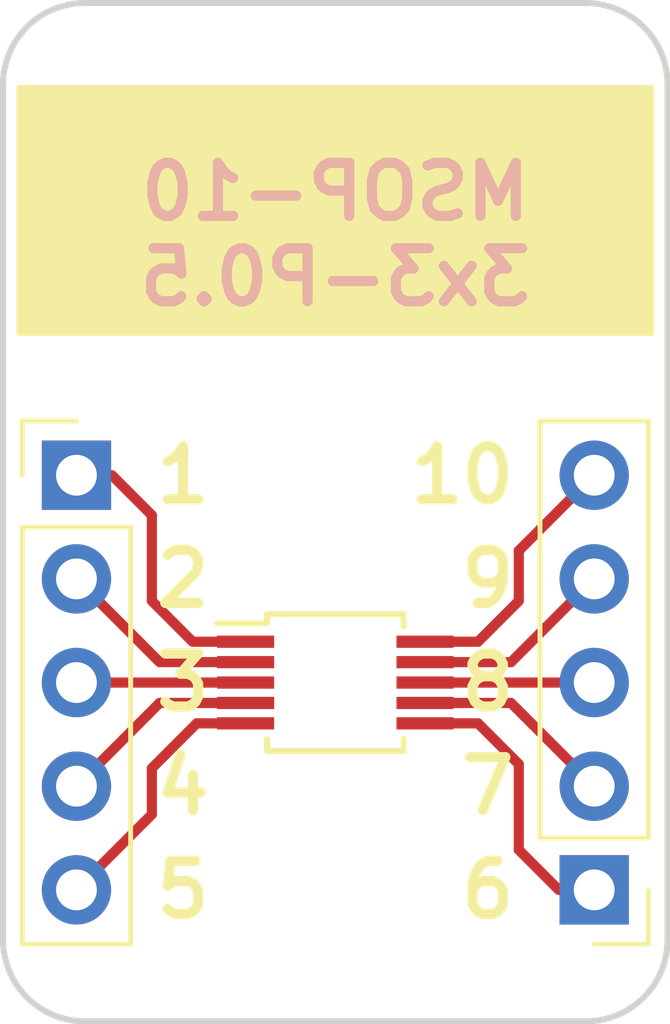
<source format=kicad_pcb>
(kicad_pcb (version 20171130) (host pcbnew 5.1.7-a382d34a8~87~ubuntu20.04.1)

  (general
    (thickness 1)
    (drawings 20)
    (tracks 28)
    (zones 0)
    (modules 3)
    (nets 11)
  )

  (page A4)
  (title_block
    (title BRK-MSOP-10-3x3-P0.5)
    (rev v1.0)
    (company https://gekkio.fi)
  )

  (layers
    (0 F.Cu signal)
    (31 B.Cu signal)
    (32 B.Adhes user)
    (33 F.Adhes user)
    (34 B.Paste user)
    (35 F.Paste user)
    (36 B.SilkS user)
    (37 F.SilkS user)
    (38 B.Mask user)
    (39 F.Mask user)
    (40 Dwgs.User user)
    (41 Cmts.User user)
    (42 Eco1.User user)
    (43 Eco2.User user)
    (44 Edge.Cuts user)
    (45 Margin user)
    (46 B.CrtYd user)
    (47 F.CrtYd user)
    (48 B.Fab user)
    (49 F.Fab user)
  )

  (setup
    (last_trace_width 0.25)
    (trace_clearance 0.2)
    (zone_clearance 0.508)
    (zone_45_only no)
    (trace_min 0.2)
    (via_size 0.8)
    (via_drill 0.4)
    (via_min_size 0.4)
    (via_min_drill 0.3)
    (uvia_size 0.3)
    (uvia_drill 0.1)
    (uvias_allowed no)
    (uvia_min_size 0.2)
    (uvia_min_drill 0.1)
    (edge_width 0.05)
    (segment_width 0.2)
    (pcb_text_width 0.3)
    (pcb_text_size 1.5 1.5)
    (mod_edge_width 0.12)
    (mod_text_size 1 1)
    (mod_text_width 0.15)
    (pad_size 1.524 1.524)
    (pad_drill 0.762)
    (pad_to_mask_clearance 0)
    (aux_axis_origin 0 0)
    (visible_elements FFFFFF7F)
    (pcbplotparams
      (layerselection 0x010fc_ffffffff)
      (usegerberextensions false)
      (usegerberattributes true)
      (usegerberadvancedattributes true)
      (creategerberjobfile true)
      (excludeedgelayer true)
      (linewidth 0.150000)
      (plotframeref false)
      (viasonmask false)
      (mode 1)
      (useauxorigin false)
      (hpglpennumber 1)
      (hpglpenspeed 20)
      (hpglpendiameter 15.000000)
      (psnegative false)
      (psa4output false)
      (plotreference true)
      (plotvalue true)
      (plotinvisibletext false)
      (padsonsilk false)
      (subtractmaskfromsilk false)
      (outputformat 1)
      (mirror false)
      (drillshape 0)
      (scaleselection 1)
      (outputdirectory "gerber/"))
  )

  (net 0 "")
  (net 1 PIN1)
  (net 2 PIN2)
  (net 3 PIN3)
  (net 4 PIN4)
  (net 5 PIN5)
  (net 6 PIN6)
  (net 7 PIN7)
  (net 8 PIN8)
  (net 9 PIN9)
  (net 10 PIN10)

  (net_class Default "This is the default net class."
    (clearance 0.2)
    (trace_width 0.25)
    (via_dia 0.8)
    (via_drill 0.4)
    (uvia_dia 0.3)
    (uvia_drill 0.1)
    (add_net PIN1)
    (add_net PIN10)
    (add_net PIN2)
    (add_net PIN3)
    (add_net PIN4)
    (add_net PIN5)
    (add_net PIN6)
    (add_net PIN7)
    (add_net PIN8)
    (add_net PIN9)
  )

  (module PinHeader_1x05_P2.54mm_Vertical (layer F.Cu) (tedit 59FED5CC) (tstamp 5F73AD71)
    (at 106.35 105.08 180)
    (descr "Through hole straight pin header, 1x05, 2.54mm pitch, single row")
    (tags "Through hole pin header THT 1x05 2.54mm single row")
    (fp_text reference J2 (at 0 -2.33 180) (layer F.SilkS) hide
      (effects (font (size 1 1) (thickness 0.15)))
    )
    (fp_text value PinHeader_1x05_P2.54mm_Vertical (at 0 12.49 180) (layer F.Fab) hide
      (effects (font (size 1 1) (thickness 0.15)))
    )
    (fp_line (start 1.8 -1.8) (end -1.8 -1.8) (layer F.CrtYd) (width 0.05))
    (fp_line (start 1.8 11.95) (end 1.8 -1.8) (layer F.CrtYd) (width 0.05))
    (fp_line (start -1.8 11.95) (end 1.8 11.95) (layer F.CrtYd) (width 0.05))
    (fp_line (start -1.8 -1.8) (end -1.8 11.95) (layer F.CrtYd) (width 0.05))
    (fp_line (start -1.33 -1.33) (end 0 -1.33) (layer F.SilkS) (width 0.12))
    (fp_line (start -1.33 0) (end -1.33 -1.33) (layer F.SilkS) (width 0.12))
    (fp_line (start -1.33 1.27) (end 1.33 1.27) (layer F.SilkS) (width 0.12))
    (fp_line (start 1.33 1.27) (end 1.33 11.49) (layer F.SilkS) (width 0.12))
    (fp_line (start -1.33 1.27) (end -1.33 11.49) (layer F.SilkS) (width 0.12))
    (fp_line (start -1.33 11.49) (end 1.33 11.49) (layer F.SilkS) (width 0.12))
    (fp_line (start -1.27 -0.635) (end -0.635 -1.27) (layer F.Fab) (width 0.1))
    (fp_line (start -1.27 11.43) (end -1.27 -0.635) (layer F.Fab) (width 0.1))
    (fp_line (start 1.27 11.43) (end -1.27 11.43) (layer F.Fab) (width 0.1))
    (fp_line (start 1.27 -1.27) (end 1.27 11.43) (layer F.Fab) (width 0.1))
    (fp_line (start -0.635 -1.27) (end 1.27 -1.27) (layer F.Fab) (width 0.1))
    (fp_text user %R (at 0 5.08 270) (layer F.Fab)
      (effects (font (size 1 1) (thickness 0.15)))
    )
    (pad 5 thru_hole oval (at 0 10.16 180) (size 1.7 1.7) (drill 1) (layers *.Cu *.Mask)
      (net 10 PIN10))
    (pad 4 thru_hole oval (at 0 7.62 180) (size 1.7 1.7) (drill 1) (layers *.Cu *.Mask)
      (net 9 PIN9))
    (pad 3 thru_hole oval (at 0 5.08 180) (size 1.7 1.7) (drill 1) (layers *.Cu *.Mask)
      (net 8 PIN8))
    (pad 2 thru_hole oval (at 0 2.54 180) (size 1.7 1.7) (drill 1) (layers *.Cu *.Mask)
      (net 7 PIN7))
    (pad 1 thru_hole rect (at 0 0 180) (size 1.7 1.7) (drill 1) (layers *.Cu *.Mask)
      (net 6 PIN6))
    (model ${KISYS3DMOD}/Connector_PinHeader_2.54mm.3dshapes/PinHeader_1x05_P2.54mm_Vertical.wrl
      (at (xyz 0 0 0))
      (scale (xyz 1 1 1))
      (rotate (xyz 0 0 0))
    )
  )

  (module PinHeader_1x05_P2.54mm_Vertical (layer F.Cu) (tedit 59FED5CC) (tstamp 5F73AD59)
    (at 93.65 94.92)
    (descr "Through hole straight pin header, 1x05, 2.54mm pitch, single row")
    (tags "Through hole pin header THT 1x05 2.54mm single row")
    (fp_text reference J1 (at 0 -2.33) (layer F.SilkS) hide
      (effects (font (size 1 1) (thickness 0.15)))
    )
    (fp_text value PinHeader_1x05_P2.54mm_Vertical (at 0 12.49) (layer F.Fab) hide
      (effects (font (size 1 1) (thickness 0.15)))
    )
    (fp_line (start 1.8 -1.8) (end -1.8 -1.8) (layer F.CrtYd) (width 0.05))
    (fp_line (start 1.8 11.95) (end 1.8 -1.8) (layer F.CrtYd) (width 0.05))
    (fp_line (start -1.8 11.95) (end 1.8 11.95) (layer F.CrtYd) (width 0.05))
    (fp_line (start -1.8 -1.8) (end -1.8 11.95) (layer F.CrtYd) (width 0.05))
    (fp_line (start -1.33 -1.33) (end 0 -1.33) (layer F.SilkS) (width 0.12))
    (fp_line (start -1.33 0) (end -1.33 -1.33) (layer F.SilkS) (width 0.12))
    (fp_line (start -1.33 1.27) (end 1.33 1.27) (layer F.SilkS) (width 0.12))
    (fp_line (start 1.33 1.27) (end 1.33 11.49) (layer F.SilkS) (width 0.12))
    (fp_line (start -1.33 1.27) (end -1.33 11.49) (layer F.SilkS) (width 0.12))
    (fp_line (start -1.33 11.49) (end 1.33 11.49) (layer F.SilkS) (width 0.12))
    (fp_line (start -1.27 -0.635) (end -0.635 -1.27) (layer F.Fab) (width 0.1))
    (fp_line (start -1.27 11.43) (end -1.27 -0.635) (layer F.Fab) (width 0.1))
    (fp_line (start 1.27 11.43) (end -1.27 11.43) (layer F.Fab) (width 0.1))
    (fp_line (start 1.27 -1.27) (end 1.27 11.43) (layer F.Fab) (width 0.1))
    (fp_line (start -0.635 -1.27) (end 1.27 -1.27) (layer F.Fab) (width 0.1))
    (fp_text user %R (at 0 5.08 90) (layer F.Fab)
      (effects (font (size 1 1) (thickness 0.15)))
    )
    (pad 5 thru_hole oval (at 0 10.16) (size 1.7 1.7) (drill 1) (layers *.Cu *.Mask)
      (net 5 PIN5))
    (pad 4 thru_hole oval (at 0 7.62) (size 1.7 1.7) (drill 1) (layers *.Cu *.Mask)
      (net 4 PIN4))
    (pad 3 thru_hole oval (at 0 5.08) (size 1.7 1.7) (drill 1) (layers *.Cu *.Mask)
      (net 3 PIN3))
    (pad 2 thru_hole oval (at 0 2.54) (size 1.7 1.7) (drill 1) (layers *.Cu *.Mask)
      (net 2 PIN2))
    (pad 1 thru_hole rect (at 0 0) (size 1.7 1.7) (drill 1) (layers *.Cu *.Mask)
      (net 1 PIN1))
    (model ${KISYS3DMOD}/Connector_PinHeader_2.54mm.3dshapes/PinHeader_1x05_P2.54mm_Vertical.wrl
      (at (xyz 0 0 0))
      (scale (xyz 1 1 1))
      (rotate (xyz 0 0 0))
    )
  )

  (module MSOP-10_3x3mm_P0.5mm (layer F.Cu) (tedit 5A02F25C) (tstamp 5F73AB0F)
    (at 100 100)
    (descr "10-Lead Plastic Micro Small Outline Package (MS) [MSOP] (see Microchip Packaging Specification 00000049BS.pdf)")
    (tags "SSOP 0.5")
    (attr smd)
    (fp_text reference U1 (at 0 -2.6) (layer F.SilkS) hide
      (effects (font (size 1 1) (thickness 0.15)))
    )
    (fp_text value MSOP-10_3x3mm_P0.5mm (at 0 2.6) (layer F.Fab) hide
      (effects (font (size 1 1) (thickness 0.15)))
    )
    (fp_line (start -1.675 -1.45) (end -2.9 -1.45) (layer F.SilkS) (width 0.15))
    (fp_line (start -1.675 1.675) (end 1.675 1.675) (layer F.SilkS) (width 0.15))
    (fp_line (start -1.675 -1.675) (end 1.675 -1.675) (layer F.SilkS) (width 0.15))
    (fp_line (start -1.675 1.675) (end -1.675 1.375) (layer F.SilkS) (width 0.15))
    (fp_line (start 1.675 1.675) (end 1.675 1.375) (layer F.SilkS) (width 0.15))
    (fp_line (start 1.675 -1.675) (end 1.675 -1.375) (layer F.SilkS) (width 0.15))
    (fp_line (start -1.675 -1.675) (end -1.675 -1.45) (layer F.SilkS) (width 0.15))
    (fp_line (start -3.15 1.85) (end 3.15 1.85) (layer F.CrtYd) (width 0.05))
    (fp_line (start -3.15 -1.85) (end 3.15 -1.85) (layer F.CrtYd) (width 0.05))
    (fp_line (start 3.15 -1.85) (end 3.15 1.85) (layer F.CrtYd) (width 0.05))
    (fp_line (start -3.15 -1.85) (end -3.15 1.85) (layer F.CrtYd) (width 0.05))
    (fp_line (start -1.5 -0.5) (end -0.5 -1.5) (layer F.Fab) (width 0.15))
    (fp_line (start -1.5 1.5) (end -1.5 -0.5) (layer F.Fab) (width 0.15))
    (fp_line (start 1.5 1.5) (end -1.5 1.5) (layer F.Fab) (width 0.15))
    (fp_line (start 1.5 -1.5) (end 1.5 1.5) (layer F.Fab) (width 0.15))
    (fp_line (start -0.5 -1.5) (end 1.5 -1.5) (layer F.Fab) (width 0.15))
    (fp_text user %R (at 0 0) (layer F.Fab)
      (effects (font (size 0.6 0.6) (thickness 0.15)))
    )
    (pad 10 smd rect (at 2.2 -1) (size 1.4 0.3) (layers F.Cu F.Paste F.Mask)
      (net 10 PIN10))
    (pad 9 smd rect (at 2.2 -0.5) (size 1.4 0.3) (layers F.Cu F.Paste F.Mask)
      (net 9 PIN9))
    (pad 8 smd rect (at 2.2 0) (size 1.4 0.3) (layers F.Cu F.Paste F.Mask)
      (net 8 PIN8))
    (pad 7 smd rect (at 2.2 0.5) (size 1.4 0.3) (layers F.Cu F.Paste F.Mask)
      (net 7 PIN7))
    (pad 6 smd rect (at 2.2 1) (size 1.4 0.3) (layers F.Cu F.Paste F.Mask)
      (net 6 PIN6))
    (pad 5 smd rect (at -2.2 1) (size 1.4 0.3) (layers F.Cu F.Paste F.Mask)
      (net 5 PIN5))
    (pad 4 smd rect (at -2.2 0.5) (size 1.4 0.3) (layers F.Cu F.Paste F.Mask)
      (net 4 PIN4))
    (pad 3 smd rect (at -2.2 0) (size 1.4 0.3) (layers F.Cu F.Paste F.Mask)
      (net 3 PIN3))
    (pad 2 smd rect (at -2.2 -0.5) (size 1.4 0.3) (layers F.Cu F.Paste F.Mask)
      (net 2 PIN2))
    (pad 1 smd rect (at -2.2 -1) (size 1.4 0.3) (layers F.Cu F.Paste F.Mask)
      (net 1 PIN1))
    (model ${KISYS3DMOD}/Package_SO.3dshapes/MSOP-10_3x3mm_P0.5mm.wrl
      (at (xyz 0 0 0))
      (scale (xyz 1 1 1))
      (rotate (xyz 0 0 0))
    )
  )

  (gr_arc (start 106.15 85.35) (end 106.15 83.35) (angle 90) (layer Edge.Cuts) (width 0.15))
  (gr_arc (start 93.85 85.35) (end 91.85 85.35) (angle 90) (layer Edge.Cuts) (width 0.15))
  (gr_arc (start 93.85 106.3) (end 93.85 108.3) (angle 90) (layer Edge.Cuts) (width 0.15))
  (gr_arc (start 106.15 106.3) (end 108.15 106.3) (angle 90) (layer Edge.Cuts) (width 0.15))
  (gr_line (start 93.85 108.3) (end 106.15 108.3) (layer Edge.Cuts) (width 0.15))
  (gr_line (start 93.85 83.35) (end 106.15 83.35) (layer Edge.Cuts) (width 0.15))
  (gr_line (start 108.15 106.3) (end 108.15 85.35) (layer Edge.Cuts) (width 0.15))
  (gr_line (start 91.85 85.35) (end 91.85 106.3) (layer Edge.Cuts) (width 0.15))
  (gr_text 10 (at 104.52 94.92) (layer F.SilkS)
    (effects (font (size 1.3 1.3) (thickness 0.25)) (justify right))
  )
  (gr_text 9 (at 104.52 97.46) (layer F.SilkS)
    (effects (font (size 1.3 1.3) (thickness 0.25)) (justify right))
  )
  (gr_text 8 (at 104.52 100) (layer F.SilkS)
    (effects (font (size 1.3 1.3) (thickness 0.25)) (justify right))
  )
  (gr_text 7 (at 104.52 102.54) (layer F.SilkS)
    (effects (font (size 1.3 1.3) (thickness 0.25)) (justify right))
  )
  (gr_text 6 (at 104.52 105.08) (layer F.SilkS)
    (effects (font (size 1.3 1.3) (thickness 0.25)) (justify right))
  )
  (gr_text 5 (at 95.48 105.08) (layer F.SilkS)
    (effects (font (size 1.3 1.3) (thickness 0.25)) (justify left))
  )
  (gr_text 4 (at 95.48 102.54) (layer F.SilkS)
    (effects (font (size 1.3 1.3) (thickness 0.25)) (justify left))
  )
  (gr_text 3 (at 95.48 100) (layer F.SilkS)
    (effects (font (size 1.3 1.3) (thickness 0.25)) (justify left))
  )
  (gr_text 2 (at 95.48 97.46) (layer F.SilkS)
    (effects (font (size 1.3 1.3) (thickness 0.25)) (justify left))
  )
  (gr_text 1 (at 95.48 94.92) (layer F.SilkS)
    (effects (font (size 1.3 1.3) (thickness 0.25)) (justify left))
  )
  (gr_text "MSOP-10\n3x3-P0.5" (at 100 90.83) (layer B.SilkS)
    (effects (font (size 1.3 1.3) (thickness 0.25)) (justify bottom mirror))
  )
  (gr_poly (pts (xy 92.25 85.43) (xy 92.25 91.43) (xy 107.75 91.43) (xy 107.75 85.43)) (layer F.SilkS) (width 0.15))

  (segment (start 94.52 94.92) (end 93.65 94.92) (width 0.25) (layer F.Cu) (net 1))
  (segment (start 95.5 95.9) (end 94.52 94.92) (width 0.25) (layer F.Cu) (net 1))
  (segment (start 95.5 98) (end 95.5 95.9) (width 0.25) (layer F.Cu) (net 1))
  (segment (start 96.5 99) (end 95.5 98) (width 0.25) (layer F.Cu) (net 1))
  (segment (start 97.8 99) (end 96.5 99) (width 0.25) (layer F.Cu) (net 1))
  (segment (start 95.69 99.5) (end 93.65 97.46) (width 0.25) (layer F.Cu) (net 2))
  (segment (start 97.8 99.5) (end 95.69 99.5) (width 0.25) (layer F.Cu) (net 2))
  (segment (start 97.8 100) (end 93.65 100) (width 0.25) (layer F.Cu) (net 3))
  (segment (start 95.69 100.5) (end 93.65 102.54) (width 0.25) (layer F.Cu) (net 4))
  (segment (start 97.8 100.5) (end 95.69 100.5) (width 0.25) (layer F.Cu) (net 4))
  (segment (start 95.5 103.23) (end 93.65 105.08) (width 0.25) (layer F.Cu) (net 5))
  (segment (start 95.5 102.1) (end 95.5 103.23) (width 0.25) (layer F.Cu) (net 5))
  (segment (start 96.6 101) (end 95.5 102.1) (width 0.25) (layer F.Cu) (net 5))
  (segment (start 97.8 101) (end 96.6 101) (width 0.25) (layer F.Cu) (net 5))
  (segment (start 105.48 105.08) (end 106.35 105.08) (width 0.25) (layer F.Cu) (net 6))
  (segment (start 104.5 104.1) (end 105.48 105.08) (width 0.25) (layer F.Cu) (net 6))
  (segment (start 104.5 102) (end 104.5 104.1) (width 0.25) (layer F.Cu) (net 6))
  (segment (start 103.5 101) (end 104.5 102) (width 0.25) (layer F.Cu) (net 6))
  (segment (start 102.2 101) (end 103.5 101) (width 0.25) (layer F.Cu) (net 6))
  (segment (start 104.31 100.5) (end 106.35 102.54) (width 0.25) (layer F.Cu) (net 7))
  (segment (start 102.2 100.5) (end 104.31 100.5) (width 0.25) (layer F.Cu) (net 7))
  (segment (start 102.2 100) (end 106.35 100) (width 0.25) (layer F.Cu) (net 8))
  (segment (start 104.31 99.5) (end 106.35 97.46) (width 0.25) (layer F.Cu) (net 9))
  (segment (start 102.2 99.5) (end 104.31 99.5) (width 0.25) (layer F.Cu) (net 9))
  (segment (start 104.5 96.77) (end 106.35 94.92) (width 0.25) (layer F.Cu) (net 10))
  (segment (start 104.5 98) (end 104.5 96.77) (width 0.25) (layer F.Cu) (net 10))
  (segment (start 103.5 99) (end 104.5 98) (width 0.25) (layer F.Cu) (net 10))
  (segment (start 102.2 99) (end 103.5 99) (width 0.25) (layer F.Cu) (net 10))

)

</source>
